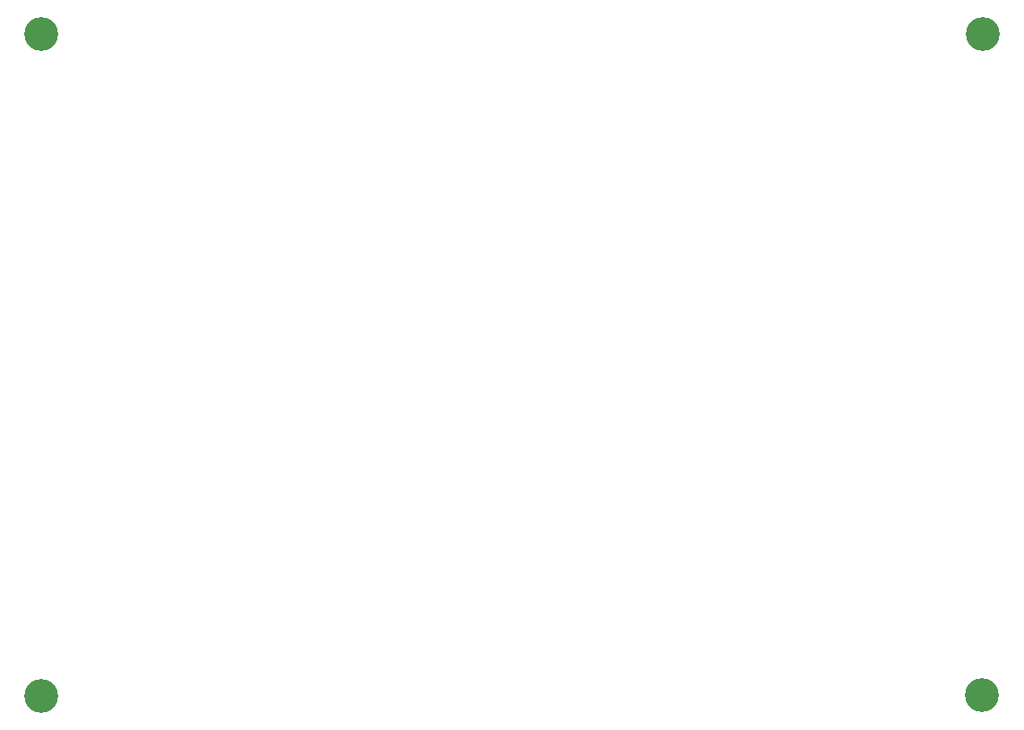
<source format=gbr>
%TF.GenerationSoftware,KiCad,Pcbnew,(5.1.10-1-10_14)*%
%TF.CreationDate,2021-09-27T22:16:21+08:00*%
%TF.ProjectId,top-plate,746f702d-706c-4617-9465-2e6b69636164,rev?*%
%TF.SameCoordinates,Original*%
%TF.FileFunction,Soldermask,Top*%
%TF.FilePolarity,Negative*%
%FSLAX46Y46*%
G04 Gerber Fmt 4.6, Leading zero omitted, Abs format (unit mm)*
G04 Created by KiCad (PCBNEW (5.1.10-1-10_14)) date 2021-09-27 22:16:21*
%MOMM*%
%LPD*%
G01*
G04 APERTURE LIST*
%ADD10C,3.200000*%
G04 APERTURE END LIST*
D10*
%TO.C,H4*%
X191439255Y-125577600D03*
%TD*%
%TO.C,H3*%
X102521000Y-125603000D03*
%TD*%
%TO.C,H2*%
X191485800Y-63068200D03*
%TD*%
%TO.C,H1*%
X102521000Y-63068200D03*
%TD*%
M02*

</source>
